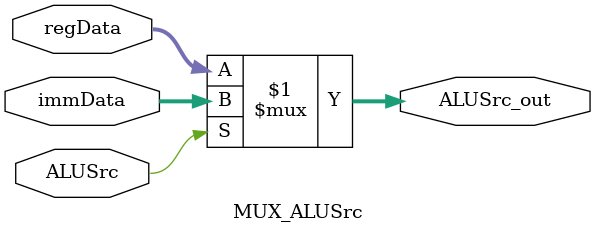
<source format=sv>
module MUX_ALUSrc(
    input logic ALUSrc,                  
    input logic [31:0] regData,       
    input logic [31:0] immData,       
    output logic [31:0] ALUSrc_out           
);
    assign ALUSrc_out = ALUSrc ? immData : regData;
endmodule


</source>
